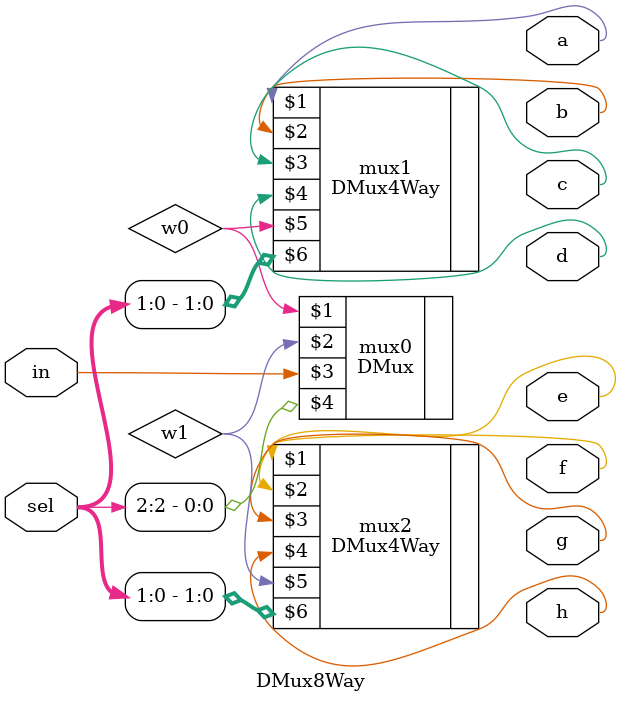
<source format=v>
/* módulo DMux8Way */

`ifndef _DMux8Way_
`define _DMux8Way_

`include "DMux.v"
`include "DMux4Way.v"


module DMux8Way(a, b, c, d, e, f, g, h, in, sel);
    input in;
    input [2:0] sel;
    output a,b,c,d,e,f,g,h;
    wire w0,w1;

    DMux mux0(w0,w1,in,sel[2]);
    DMux4Way mux1(a,b,c,d,w0,sel[1:0]);
    DMux4Way mux2(e,f,g,h,w1,sel[1:0]);

endmodule

`endif
</source>
